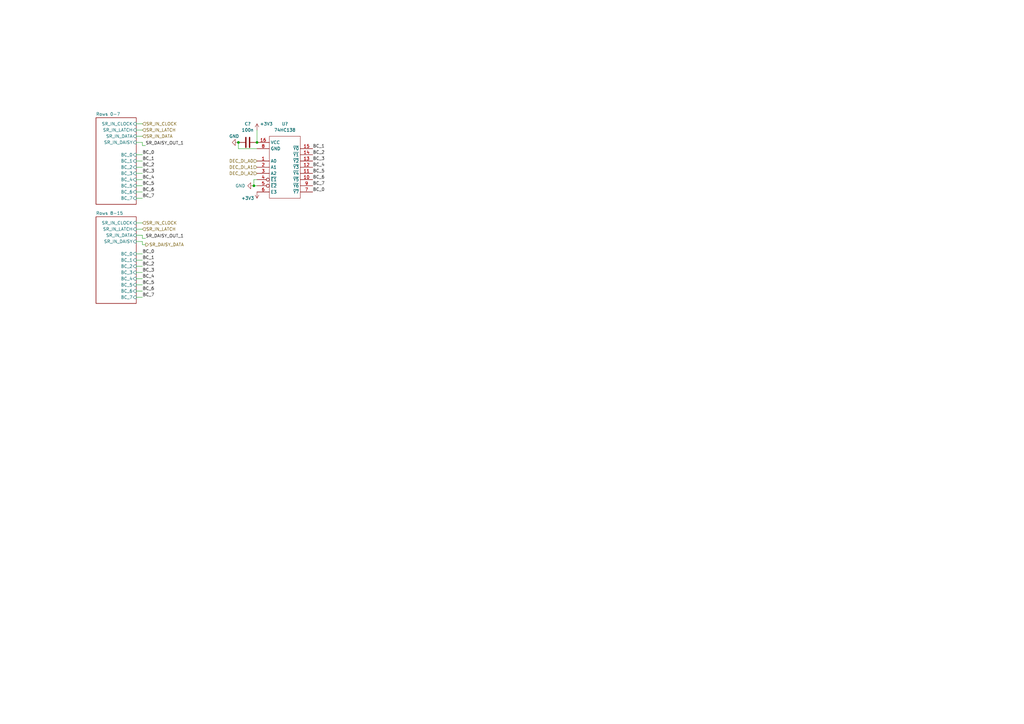
<source format=kicad_sch>
(kicad_sch (version 20211123) (generator eeschema)
  (paper "A3")
  (lib_symbols
    (symbol "Device:C" (pin_numbers hide) (pin_names (offset 0.254))
      (property "Reference" "C" (at 0.635 2.54 0))
      (property "Value" "C" (at 0.635 -2.54 0))
      (symbol "C_0_1"
        (polyline (pts (xy -2.032 -0.762) (xy 2.032 -0.762)) (stroke (width 0.508)))
        (polyline (pts (xy -2.032 0.762) (xy 2.032 0.762)) (stroke (width 0.508)))
      )
      (symbol "C_1_1"
        (pin passive line (at 0 3.81 270) (length 2.794) (name "~") (number "1"))
        (pin passive line (at 0 -3.81 90) (length 2.794) (name "~") (number "2"))
      )
    )
    (symbol "igor_lib:74HC138"
      (property "Reference" "U?" (at 6.35 29.21 0))
      (property "Value" "74HC138" (at 6.35 26.67 0))
      (symbol "74HC138_0_0"
        (pin power_in line (at -5.08 22.86 0) (length 5.08) (name "VCC") (number "16"))
      )
      (symbol "74HC138_0_1"
        (rectangle (start 0 25.4) (end 12.7 0))
      )
      (symbol "74HC138_1_1"
        (pin input line (at -5.08 15.24 0) (length 5.08) (name "A0") (number "1"))
        (pin output line (at 17.78 7.62 180) (length 5.08) (name "~{Y5}") (number "10"))
        (pin output line (at 17.78 10.16 180) (length 5.08) (name "~{Y4}") (number "11"))
        (pin output line (at 17.78 12.7 180) (length 5.08) (name "~{Y3}") (number "12"))
        (pin output line (at 17.78 15.24 180) (length 5.08) (name "~{Y2}") (number "13"))
        (pin output line (at 17.78 17.78 180) (length 5.08) (name "~{Y1}") (number "14"))
        (pin output line (at 17.78 20.32 180) (length 5.08) (name "~{Y0}") (number "15"))
        (pin input line (at -5.08 12.7 0) (length 5.08) (name "A1") (number "2"))
        (pin input line (at -5.08 10.16 0) (length 5.08) (name "A2") (number "3"))
        (pin input inverted (at -5.08 7.62 0) (length 5.08) (name "~{E1}") (number "4"))
        (pin input inverted (at -5.08 5.08 0) (length 5.08) (name "~{E2}") (number "5"))
        (pin input line (at -5.08 2.54 0) (length 5.08) (name "E3") (number "6"))
        (pin output line (at 17.78 2.54 180) (length 5.08) (name "~{Y7}") (number "7"))
        (pin power_in line (at -5.08 20.32 0) (length 5.08) (name "GND") (number "8"))
        (pin output line (at 17.78 5.08 180) (length 5.08) (name "~{Y6}") (number "9"))
      )
    )
    (symbol "power:+3.3V" (power) (pin_names (offset 0))
      (property "Value" "+3.3V" (at 0 3.556 0))
      (symbol "+3.3V_0_1"
        (polyline (pts (xy -0.762 1.27) (xy 0 2.54)))
        (polyline (pts (xy 0 0) (xy 0 2.54)))
        (polyline (pts (xy 0 2.54) (xy 0.762 1.27)))
      )
      (symbol "+3.3V_1_1"
        (pin power_in line (at 0 0 90) (length 0) hide (name "+3V3") (number "1"))
      )
    )
    (symbol "power:GND" (power) (pin_names (offset 0))
      (property "Value" "GND" (at 0 -3.81 0))
      (symbol "GND_0_1"
        (polyline (pts (xy 0 0) (xy 0 -1.27) (xy 1.27 -1.27) (xy 0 -2.54) (xy -1.27 -1.27) (xy 0 -1.27)))
      )
      (symbol "GND_1_1"
        (pin power_in line (at 0 0 270) (length 0) hide (name "GND") (number "1"))
      )
    )
  )
  (junction (at 105.41 58.42))
  (junction (at 104.14 76.2))
  (junction (at 97.79 58.42))
  (wire (pts (xy 55.88 81.28) (xy 58.42 81.28)))
  (wire (pts (xy 55.88 91.44) (xy 58.42 91.44)))
  (wire (pts (xy 55.88 76.2) (xy 58.42 76.2)))
  (wire (pts (xy 105.41 53.34) (xy 105.41 58.42)))
  (wire (pts (xy 55.88 99.06) (xy 58.42 99.06)))
  (wire (pts (xy 55.88 116.84) (xy 58.42 116.84)))
  (wire (pts (xy 55.88 104.14) (xy 58.42 104.14)))
  (wire (pts (xy 104.14 73.66) (xy 104.14 76.2)))
  (wire (pts (xy 55.88 93.98) (xy 58.42 93.98)))
  (wire (pts (xy 105.41 73.66) (xy 104.14 73.66)))
  (wire (pts (xy 55.88 121.92) (xy 58.42 121.92)))
  (wire (pts (xy 58.42 58.42) (xy 58.42 59.69)))
  (wire (pts (xy 55.88 55.88) (xy 58.42 55.88)))
  (wire (pts (xy 58.42 100.33) (xy 59.69 100.33)))
  (wire (pts (xy 55.88 68.58) (xy 58.42 68.58)))
  (wire (pts (xy 55.88 58.42) (xy 58.42 58.42)))
  (wire (pts (xy 58.42 99.06) (xy 58.42 100.33)))
  (wire (pts (xy 55.88 50.8) (xy 58.42 50.8)))
  (wire (pts (xy 104.14 76.2) (xy 105.41 76.2)))
  (wire (pts (xy 55.88 109.22) (xy 58.42 109.22)))
  (wire (pts (xy 55.88 111.76) (xy 58.42 111.76)))
  (wire (pts (xy 105.41 60.96) (xy 97.79 60.96)))
  (wire (pts (xy 55.88 96.52) (xy 58.42 96.52)))
  (wire (pts (xy 55.88 119.38) (xy 58.42 119.38)))
  (wire (pts (xy 55.88 106.68) (xy 58.42 106.68)))
  (wire (pts (xy 55.88 78.74) (xy 58.42 78.74)))
  (wire (pts (xy 55.88 66.04) (xy 58.42 66.04)))
  (wire (pts (xy 58.42 59.69) (xy 59.69 59.69)))
  (wire (pts (xy 58.42 96.52) (xy 58.42 97.79)))
  (wire (pts (xy 97.79 60.96) (xy 97.79 58.42)))
  (wire (pts (xy 55.88 71.12) (xy 58.42 71.12)))
  (wire (pts (xy 55.88 73.66) (xy 58.42 73.66)))
  (wire (pts (xy 55.88 63.5) (xy 58.42 63.5)))
  (wire (pts (xy 55.88 114.3) (xy 58.42 114.3)))
  (wire (pts (xy 55.88 53.34) (xy 58.42 53.34)))
  (wire (pts (xy 58.42 97.79) (xy 59.69 97.79)))
  (label "BC_1" (at 58.42 66.04 0))
  (label "BC_2" (at 58.42 68.58 0))
  (label "BC_1" (at 58.42 106.68 0))
  (label "BC_4" (at 128.27 68.58 0))
  (label "BC_0" (at 128.27 78.74 0))
  (label "BC_4" (at 58.42 114.3 0))
  (label "BC_0" (at 58.42 104.14 0))
  (label "BC_3" (at 128.27 66.04 0))
  (label "BC_1" (at 128.27 60.96 0))
  (label "BC_2" (at 58.42 109.22 0))
  (label "BC_6" (at 128.27 73.66 0))
  (label "BC_0" (at 58.42 63.5 0))
  (label "BC_5" (at 58.42 116.84 0))
  (label "BC_7" (at 58.42 121.92 0))
  (label "SR_DAISY_OUT_1" (at 59.69 97.79 0))
  (label "BC_2" (at 128.27 63.5 0))
  (label "BC_5" (at 128.27 71.12 0))
  (label "BC_6" (at 58.42 78.74 0))
  (label "BC_3" (at 58.42 71.12 0))
  (label "BC_5" (at 58.42 76.2 0))
  (label "BC_6" (at 58.42 119.38 0))
  (label "BC_7" (at 128.27 76.2 0))
  (label "BC_3" (at 58.42 111.76 0))
  (label "BC_4" (at 58.42 73.66 0))
  (label "SR_DAISY_OUT_1" (at 59.69 59.69 0))
  (label "BC_7" (at 58.42 81.28 0))
  (hierarchical_label "SR_IN_LATCH" (shape input) (at 58.42 93.98 0))
  (hierarchical_label "SR_IN_CLOCK" (shape input) (at 58.42 50.8 0))
  (hierarchical_label "SR_IN_CLOCK" (shape input) (at 58.42 91.44 0))
  (hierarchical_label "DEC_DI_A1" (shape input) (at 105.41 68.58 180))
  (hierarchical_label "DEC_DI_A0" (shape input) (at 105.41 66.04 180))
  (hierarchical_label "DEC_DI_A2" (shape input) (at 105.41 71.12 180))
  (hierarchical_label "SR_IN_LATCH" (shape input) (at 58.42 53.34 0))
  (hierarchical_label "SR_IN_DATA" (shape input) (at 58.42 55.88 0))
  (hierarchical_label "SR_DAISY_DATA" (shape output) (at 59.69 100.33 0))
  (symbol (lib_id "power:+3.3V") (at 105.41 53.34 0) (unit 1)
    (property "Reference" "#PWR?" (effects hide))
    (property "Value" "+3.3V" (at 109.22 50.8 0))
  )
  (symbol (lib_id "Device:C") (at 101.6 58.42 90) (unit 1)
    (property "Reference" "C?" (at 101.6 50.8 90))
    (property "Value" "100n" (at 101.6 53.34 90))
    (property "Footprint" "Capacitor_SMD:C_0402_1005Metric" (effects hide))
    (property "LCSC" "C1525" (effects hide))
  )
  (symbol (lib_id "power:GND") (at 97.79 58.42 270) (unit 1)
    (property "Reference" "#PWR?" (effects hide))
    (property "Value" "GND" (at 93.98 55.88 90) (effects (justify left)))
  )
  (symbol (lib_id "power:+3.3V") (at 105.41 78.74 180) (unit 1)
    (property "Reference" "#PWR?" (effects hide))
    (property "Value" "+3.3V" (at 101.6 81.28 0))
  )
  (symbol (lib_id "igor_lib:74HC138") (at 110.49 81.28 0) (unit 1)
    (property "Reference" "U?" (at 116.84 50.8 0))
    (property "Value" "74HC138" (at 116.84 53.34 0))
    (property "Footprint" "Package_SO:SO-16_3.9x9.9mm_P1.27mm" (effects hide))
    (property "LCSC" "C6818" (effects hide))
  )
  (symbol (lib_id "power:GND") (at 104.14 76.2 270) (unit 1)
    (property "Reference" "#PWR?" (effects hide))
    (property "Value" "GND" (at 96.52 76.2 90) (effects (justify left)))
  )
  (sheet (at 39.37 48.26) (size 16.51 35.56) (stroke (width 0.1524))
    (property "Sheet name" "Rows 0-7" (at 39.37 47.5484 0) (effects (justify left bottom)))
    (property "Sheet file" "Buttons_Rows.kicad_sch" (effects hide))
    (pin "SR_IN_CLOCK" input (at 55.88 50.8 0))
    (pin "SR_IN_LATCH" input (at 55.88 53.34 0))
    (pin "SR_IN_DATA" input (at 55.88 55.88 0))
    (pin "SR_IN_DAISY" input (at 55.88 58.42 0))
    (pin "BC_3" input (at 55.88 71.12 0))
    (pin "BC_7" input (at 55.88 81.28 0))
    (pin "BC_1" input (at 55.88 66.04 0))
    (pin "BC_2" input (at 55.88 68.58 0))
    (pin "BC_6" input (at 55.88 78.74 0))
    (pin "BC_5" input (at 55.88 76.2 0))
    (pin "BC_0" input (at 55.88 63.5 0))
    (pin "BC_4" input (at 55.88 73.66 0))
  )
  (sheet (at 39.37 88.9) (size 16.51 35.56) (stroke (width 0.1524))
    (property "Sheet name" "Rows 8-15" (at 39.37 88.1884 0) (effects (justify left bottom)))
    (property "Sheet file" "Buttons_Rows.kicad_sch" (effects hide))
    (pin "SR_IN_CLOCK" input (at 55.88 91.44 0))
    (pin "SR_IN_LATCH" input (at 55.88 93.98 0))
    (pin "SR_IN_DATA" input (at 55.88 96.52 0))
    (pin "SR_IN_DAISY" input (at 55.88 99.06 0))
    (pin "BC_3" input (at 55.88 111.76 0))
    (pin "BC_7" input (at 55.88 121.92 0))
    (pin "BC_1" input (at 55.88 106.68 0))
    (pin "BC_2" input (at 55.88 109.22 0))
    (pin "BC_6" input (at 55.88 119.38 0))
    (pin "BC_5" input (at 55.88 116.84 0))
    (pin "BC_0" input (at 55.88 104.14 0))
    (pin "BC_4" input (at 55.88 114.3 0))
  )
)
</source>
